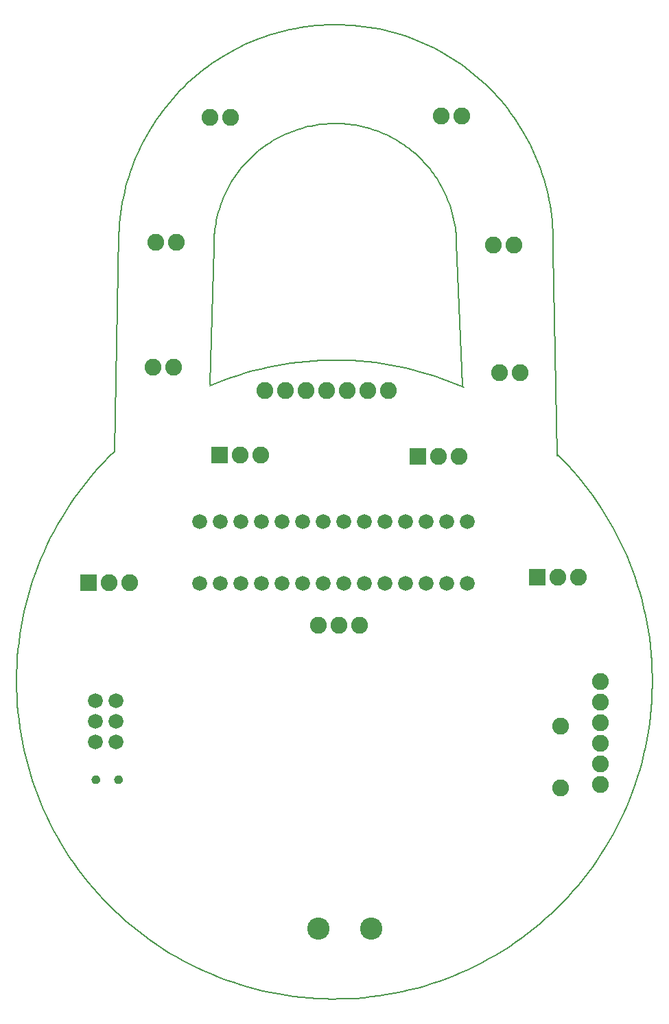
<source format=gts>
G75*
%MOIN*%
%OFA0B0*%
%FSLAX25Y25*%
%IPPOS*%
%LPD*%
%AMOC8*
5,1,8,0,0,1.08239X$1,22.5*
%
%ADD10C,0.00600*%
%ADD11C,0.00500*%
%ADD12C,0.08200*%
%ADD13C,0.07200*%
%ADD14C,0.10800*%
%ADD15R,0.08200X0.08200*%
D10*
X0048968Y0275146D02*
X0046271Y0272502D01*
X0043641Y0269793D01*
X0041077Y0267020D01*
X0038582Y0264186D01*
X0036156Y0261292D01*
X0033803Y0258339D01*
X0031522Y0255329D01*
X0029315Y0252265D01*
X0027184Y0249147D01*
X0025130Y0245979D01*
X0023154Y0242761D01*
X0021257Y0239495D01*
X0019441Y0236185D01*
X0017706Y0232831D01*
X0016054Y0229435D01*
X0014485Y0226000D01*
X0013001Y0222528D01*
X0011602Y0219021D01*
X0010289Y0215480D01*
X0009063Y0211908D01*
X0007925Y0208308D01*
X0006875Y0204681D01*
X0005914Y0201029D01*
X0005043Y0197354D01*
X0004261Y0193660D01*
X0003571Y0189947D01*
X0002971Y0186219D01*
X0002463Y0182477D01*
X0002046Y0178724D01*
X0001721Y0174962D01*
X0001489Y0171193D01*
X0001348Y0167419D01*
X0001300Y0163644D01*
X0001344Y0159868D01*
X0001481Y0156094D01*
X0001709Y0152325D01*
X0002030Y0148562D01*
X0002443Y0144809D01*
X0002947Y0141066D01*
X0003543Y0137337D01*
X0004229Y0133624D01*
X0005007Y0129929D01*
X0005874Y0126254D01*
X0006831Y0122601D01*
X0007877Y0118972D01*
X0009011Y0115370D01*
X0010233Y0111797D01*
X0011542Y0108255D01*
X0012938Y0104747D01*
X0014418Y0101273D01*
X0015984Y0097836D01*
X0017632Y0094439D01*
X0019364Y0091083D01*
X0021176Y0087770D01*
X0023070Y0084503D01*
X0025042Y0081283D01*
X0027093Y0078112D01*
X0029221Y0074993D01*
X0031424Y0071926D01*
X0033701Y0068914D01*
X0036052Y0065958D01*
X0038474Y0063061D01*
X0040966Y0060224D01*
X0043527Y0057449D01*
X0046155Y0054737D01*
X0048848Y0052091D01*
X0051606Y0049511D01*
X0054425Y0046999D01*
X0057306Y0044557D01*
X0060245Y0042186D01*
X0063241Y0039887D01*
X0066292Y0037663D01*
X0069397Y0035513D01*
X0072553Y0033441D01*
X0075760Y0031446D01*
X0079014Y0029530D01*
X0082314Y0027694D01*
X0085657Y0025940D01*
X0089043Y0024267D01*
X0092469Y0022678D01*
X0095932Y0021174D01*
X0099431Y0019754D01*
X0102964Y0018420D01*
X0106529Y0017173D01*
X0110122Y0016014D01*
X0113743Y0014943D01*
X0117390Y0013961D01*
X0121059Y0013068D01*
X0124749Y0012265D01*
X0128457Y0011552D01*
X0132182Y0010931D01*
X0135920Y0010401D01*
X0139671Y0009962D01*
X0143431Y0009615D01*
X0147199Y0009360D01*
X0150972Y0009198D01*
X0154747Y0009127D01*
X0158523Y0009149D01*
X0162298Y0009263D01*
X0166068Y0009470D01*
X0169832Y0009769D01*
X0173588Y0010159D01*
X0177334Y0010642D01*
X0181066Y0011215D01*
X0184783Y0011880D01*
X0188483Y0012636D01*
X0192163Y0013481D01*
X0195822Y0014417D01*
X0199456Y0015441D01*
X0203065Y0016555D01*
X0206645Y0017756D01*
X0210194Y0019044D01*
X0213711Y0020419D01*
X0217194Y0021879D01*
X0220640Y0023424D01*
X0224046Y0025052D01*
X0227412Y0026764D01*
X0230736Y0028557D01*
X0234014Y0030431D01*
X0237246Y0032385D01*
X0240428Y0034417D01*
X0243561Y0036526D01*
X0246640Y0038712D01*
X0249666Y0040971D01*
X0252635Y0043305D01*
X0255546Y0045710D01*
X0258398Y0048185D01*
X0261188Y0050730D01*
X0263915Y0053342D01*
X0266577Y0056019D01*
X0269174Y0058761D01*
X0271702Y0061566D01*
X0274161Y0064432D01*
X0276549Y0067357D01*
X0278865Y0070340D01*
X0281108Y0073378D01*
X0283275Y0076470D01*
X0285366Y0079614D01*
X0287380Y0082809D01*
X0289315Y0086052D01*
X0291170Y0089341D01*
X0292944Y0092674D01*
X0294636Y0096050D01*
X0296245Y0099466D01*
X0297771Y0102921D01*
X0299211Y0106411D01*
X0300565Y0109936D01*
X0301833Y0113493D01*
X0303013Y0117080D01*
X0304106Y0120695D01*
X0305109Y0124335D01*
X0306024Y0127999D01*
X0306848Y0131684D01*
X0307583Y0135388D01*
X0308226Y0139109D01*
X0308778Y0142845D01*
X0309239Y0146593D01*
X0309608Y0150351D01*
X0309885Y0154117D01*
X0310070Y0157889D01*
X0310162Y0161664D01*
X0310163Y0165440D01*
X0310070Y0169215D01*
X0309886Y0172987D01*
X0309610Y0176753D01*
X0309241Y0180511D01*
X0308781Y0184259D01*
X0308229Y0187995D01*
X0307586Y0191716D01*
X0306852Y0195420D01*
X0306028Y0199105D01*
X0305114Y0202769D01*
X0304111Y0206409D01*
X0303019Y0210024D01*
X0301839Y0213611D01*
X0300572Y0217168D01*
X0299218Y0220693D01*
X0297778Y0224184D01*
X0296253Y0227639D01*
X0294644Y0231056D01*
X0292953Y0234432D01*
X0291179Y0237765D01*
X0289324Y0241055D01*
X0287390Y0244297D01*
X0285376Y0247492D01*
X0283285Y0250637D01*
X0281118Y0253729D01*
X0278876Y0256768D01*
X0276561Y0259751D01*
X0274173Y0262676D01*
X0271714Y0265542D01*
X0269186Y0268347D01*
X0266590Y0271089D01*
X0263928Y0273768D01*
X0263928Y0273079D02*
X0261862Y0372291D01*
X0215011Y0376425D02*
X0217767Y0306839D01*
X0215012Y0376425D02*
X0214969Y0377860D01*
X0214892Y0379292D01*
X0214779Y0380723D01*
X0214632Y0382150D01*
X0214450Y0383573D01*
X0214234Y0384992D01*
X0213983Y0386404D01*
X0213697Y0387810D01*
X0213378Y0389209D01*
X0213024Y0390600D01*
X0212637Y0391981D01*
X0212217Y0393353D01*
X0211763Y0394714D01*
X0211276Y0396064D01*
X0210756Y0397401D01*
X0210204Y0398725D01*
X0209619Y0400036D01*
X0209003Y0401332D01*
X0208356Y0402612D01*
X0207678Y0403876D01*
X0206969Y0405124D01*
X0206230Y0406354D01*
X0205461Y0407565D01*
X0204663Y0408757D01*
X0203836Y0409930D01*
X0202981Y0411082D01*
X0202098Y0412213D01*
X0201188Y0413322D01*
X0200251Y0414409D01*
X0199287Y0415472D01*
X0198299Y0416512D01*
X0197285Y0417527D01*
X0196246Y0418517D01*
X0195184Y0419482D01*
X0194099Y0420421D01*
X0192991Y0421333D01*
X0191862Y0422217D01*
X0190711Y0423074D01*
X0189540Y0423903D01*
X0188348Y0424702D01*
X0187138Y0425473D01*
X0185909Y0426214D01*
X0184663Y0426925D01*
X0183400Y0427605D01*
X0182120Y0428254D01*
X0180825Y0428872D01*
X0179516Y0429458D01*
X0178192Y0430012D01*
X0176855Y0430534D01*
X0175507Y0431023D01*
X0174146Y0431479D01*
X0172775Y0431901D01*
X0171394Y0432290D01*
X0170004Y0432646D01*
X0168606Y0432967D01*
X0167200Y0433255D01*
X0165788Y0433508D01*
X0164370Y0433726D01*
X0162947Y0433910D01*
X0161520Y0434060D01*
X0160089Y0434174D01*
X0158657Y0434254D01*
X0157223Y0434298D01*
X0155788Y0434308D01*
X0154353Y0434283D01*
X0152920Y0434223D01*
X0151488Y0434128D01*
X0150059Y0433998D01*
X0148634Y0433834D01*
X0147213Y0433634D01*
X0145797Y0433401D01*
X0144388Y0433132D01*
X0142985Y0432830D01*
X0141591Y0432493D01*
X0140204Y0432123D01*
X0138828Y0431719D01*
X0137461Y0431282D01*
X0136106Y0430811D01*
X0134762Y0430308D01*
X0133431Y0429772D01*
X0132114Y0429203D01*
X0130810Y0428603D01*
X0129522Y0427972D01*
X0128250Y0427309D01*
X0126994Y0426615D01*
X0125755Y0425891D01*
X0124534Y0425137D01*
X0123332Y0424354D01*
X0122150Y0423541D01*
X0120987Y0422700D01*
X0119846Y0421831D01*
X0118726Y0420934D01*
X0117628Y0420010D01*
X0116553Y0419060D01*
X0115501Y0418084D01*
X0114474Y0417083D01*
X0113471Y0416057D01*
X0112493Y0415006D01*
X0111541Y0413933D01*
X0110616Y0412836D01*
X0109718Y0411717D01*
X0108847Y0410577D01*
X0108004Y0409416D01*
X0107190Y0408234D01*
X0106405Y0407034D01*
X0105649Y0405814D01*
X0104923Y0404576D01*
X0104228Y0403321D01*
X0103563Y0402050D01*
X0102929Y0400762D01*
X0102327Y0399460D01*
X0101757Y0398143D01*
X0101219Y0396813D01*
X0100714Y0395470D01*
X0100241Y0394116D01*
X0099802Y0392750D01*
X0099396Y0391374D01*
X0099024Y0389988D01*
X0098685Y0388594D01*
X0098381Y0387192D01*
X0098110Y0385782D01*
X0097875Y0384367D01*
X0097673Y0382947D01*
X0097507Y0381522D01*
X0097375Y0380093D01*
X0097278Y0378661D01*
X0097216Y0377228D01*
X0097188Y0375793D01*
X0097196Y0374359D01*
X0097196Y0374358D02*
X0095129Y0307528D01*
X0048968Y0275146D02*
X0051035Y0380559D01*
X0051034Y0380559D02*
X0051158Y0383137D01*
X0051345Y0385710D01*
X0051595Y0388279D01*
X0051907Y0390840D01*
X0052282Y0393393D01*
X0052719Y0395936D01*
X0053218Y0398468D01*
X0053779Y0400987D01*
X0054402Y0403491D01*
X0055085Y0405979D01*
X0055830Y0408450D01*
X0056634Y0410902D01*
X0057498Y0413333D01*
X0058422Y0415743D01*
X0059404Y0418129D01*
X0060444Y0420491D01*
X0061541Y0422826D01*
X0062695Y0425134D01*
X0063906Y0427413D01*
X0065171Y0429662D01*
X0066492Y0431879D01*
X0067866Y0434063D01*
X0069293Y0436213D01*
X0070772Y0438328D01*
X0072303Y0440405D01*
X0073884Y0442445D01*
X0075514Y0444445D01*
X0077193Y0446405D01*
X0078919Y0448323D01*
X0080692Y0450198D01*
X0082510Y0452029D01*
X0084372Y0453816D01*
X0086277Y0455556D01*
X0088224Y0457249D01*
X0090212Y0458894D01*
X0092240Y0460490D01*
X0094306Y0462036D01*
X0096410Y0463531D01*
X0098549Y0464974D01*
X0100723Y0466364D01*
X0102930Y0467701D01*
X0105169Y0468983D01*
X0107439Y0470211D01*
X0109739Y0471382D01*
X0112066Y0472497D01*
X0114420Y0473554D01*
X0116799Y0474554D01*
X0119202Y0475495D01*
X0121627Y0476377D01*
X0124072Y0477199D01*
X0126538Y0477962D01*
X0129021Y0478664D01*
X0131520Y0479305D01*
X0134035Y0479884D01*
X0136563Y0480402D01*
X0139103Y0480859D01*
X0141653Y0481252D01*
X0144212Y0481584D01*
X0146779Y0481852D01*
X0149351Y0482058D01*
X0151927Y0482201D01*
X0154507Y0482281D01*
X0157087Y0482297D01*
X0159667Y0482251D01*
X0162245Y0482141D01*
X0164820Y0481969D01*
X0167390Y0481733D01*
X0169953Y0481435D01*
X0172508Y0481074D01*
X0175053Y0480651D01*
X0177588Y0480166D01*
X0180110Y0479619D01*
X0182617Y0479010D01*
X0185109Y0478340D01*
X0187584Y0477610D01*
X0190040Y0476819D01*
X0192477Y0475968D01*
X0194891Y0475058D01*
X0197283Y0474089D01*
X0199650Y0473062D01*
X0201992Y0471978D01*
X0204306Y0470836D01*
X0206592Y0469638D01*
X0208847Y0468385D01*
X0211072Y0467077D01*
X0213263Y0465715D01*
X0215421Y0464300D01*
X0217544Y0462832D01*
X0219630Y0461313D01*
X0221678Y0459743D01*
X0223687Y0458124D01*
X0225656Y0456456D01*
X0227584Y0454740D01*
X0229469Y0452978D01*
X0231310Y0451170D01*
X0233107Y0449318D01*
X0234857Y0447423D01*
X0236561Y0445485D01*
X0238217Y0443506D01*
X0239825Y0441487D01*
X0241382Y0439429D01*
X0242888Y0437334D01*
X0244343Y0435203D01*
X0245745Y0433037D01*
X0247094Y0430837D01*
X0248389Y0428605D01*
X0249629Y0426341D01*
X0250813Y0424049D01*
X0251940Y0421727D01*
X0253011Y0419380D01*
X0254023Y0417006D01*
X0254978Y0414609D01*
X0255873Y0412188D01*
X0256709Y0409747D01*
X0257485Y0407286D01*
X0258201Y0404807D01*
X0258856Y0402311D01*
X0259449Y0399800D01*
X0259981Y0397275D01*
X0260451Y0394737D01*
X0260859Y0392189D01*
X0261204Y0389632D01*
X0261487Y0387067D01*
X0261707Y0384496D01*
X0261864Y0381920D01*
X0261958Y0379342D01*
X0261989Y0376761D01*
X0261957Y0374181D01*
X0261861Y0371602D01*
X0218456Y0306150D02*
X0215028Y0307628D01*
X0211566Y0309022D01*
X0208070Y0310332D01*
X0204544Y0311556D01*
X0200989Y0312694D01*
X0197407Y0313745D01*
X0193801Y0314709D01*
X0190172Y0315584D01*
X0186523Y0316371D01*
X0182856Y0317069D01*
X0179173Y0317678D01*
X0175477Y0318196D01*
X0171769Y0318625D01*
X0168051Y0318964D01*
X0164327Y0319211D01*
X0160597Y0319368D01*
X0156865Y0319435D01*
X0153132Y0319410D01*
X0149401Y0319295D01*
X0145674Y0319089D01*
X0141953Y0318792D01*
X0138240Y0318405D01*
X0134538Y0317927D01*
X0130849Y0317360D01*
X0127174Y0316703D01*
X0123517Y0315956D01*
X0119879Y0315121D01*
X0116262Y0314198D01*
X0112669Y0313187D01*
X0109101Y0312089D01*
X0105561Y0310904D01*
X0102051Y0309634D01*
X0098573Y0308279D01*
X0095129Y0306839D01*
D11*
X0039032Y0114066D02*
X0039404Y0113929D01*
X0039797Y0113878D01*
X0040195Y0113933D01*
X0040571Y0114075D01*
X0040906Y0114298D01*
X0041183Y0114589D01*
X0041388Y0114934D01*
X0041512Y0115317D01*
X0041547Y0115718D01*
X0041495Y0116097D01*
X0041360Y0116456D01*
X0041149Y0116775D01*
X0040872Y0117040D01*
X0040543Y0117236D01*
X0040178Y0117354D01*
X0039797Y0117388D01*
X0039412Y0117348D01*
X0039047Y0117223D01*
X0038718Y0117021D01*
X0038442Y0116750D01*
X0038234Y0116425D01*
X0038103Y0116061D01*
X0038057Y0115678D01*
X0038095Y0115283D01*
X0038219Y0114907D01*
X0038424Y0114568D01*
X0038700Y0114283D01*
X0039032Y0114066D01*
X0038944Y0114123D02*
X0040643Y0114123D01*
X0041203Y0114622D02*
X0038391Y0114622D01*
X0038148Y0115120D02*
X0041448Y0115120D01*
X0041538Y0115619D02*
X0038062Y0115619D01*
X0038124Y0116117D02*
X0041487Y0116117D01*
X0041254Y0116616D02*
X0038356Y0116616D01*
X0038870Y0117114D02*
X0040746Y0117114D01*
X0049123Y0116061D02*
X0049254Y0116425D01*
X0049462Y0116750D01*
X0049738Y0117021D01*
X0050067Y0117223D01*
X0050432Y0117348D01*
X0050817Y0117388D01*
X0051198Y0117354D01*
X0051563Y0117236D01*
X0051892Y0117040D01*
X0052169Y0116775D01*
X0052380Y0116456D01*
X0052515Y0116097D01*
X0052567Y0115718D01*
X0052532Y0115317D01*
X0052408Y0114934D01*
X0052203Y0114589D01*
X0051926Y0114298D01*
X0051591Y0114075D01*
X0051215Y0113933D01*
X0050817Y0113878D01*
X0050424Y0113929D01*
X0050052Y0114066D01*
X0049720Y0114283D01*
X0049444Y0114568D01*
X0049239Y0114907D01*
X0049115Y0115283D01*
X0049077Y0115678D01*
X0049123Y0116061D01*
X0049144Y0116117D02*
X0052507Y0116117D01*
X0052558Y0115619D02*
X0049082Y0115619D01*
X0049168Y0115120D02*
X0052468Y0115120D01*
X0052223Y0114622D02*
X0049412Y0114622D01*
X0049964Y0114123D02*
X0051664Y0114123D01*
X0052274Y0116616D02*
X0049377Y0116616D01*
X0049890Y0117114D02*
X0051766Y0117114D01*
D12*
X0056369Y0211209D03*
X0046369Y0211209D03*
X0109795Y0273217D03*
X0119795Y0273217D03*
X0121960Y0304594D03*
X0131960Y0304594D03*
X0141960Y0304594D03*
X0151960Y0304594D03*
X0161960Y0304594D03*
X0171960Y0304594D03*
X0181960Y0304594D03*
X0206291Y0272528D03*
X0216291Y0272528D03*
X0236054Y0313177D03*
X0246054Y0313177D03*
X0242806Y0375185D03*
X0232806Y0375185D03*
X0217511Y0437882D03*
X0207511Y0437882D03*
X0105405Y0437193D03*
X0095405Y0437193D03*
X0078928Y0376701D03*
X0068928Y0376701D03*
X0067747Y0316071D03*
X0077747Y0316071D03*
X0148003Y0190539D03*
X0158003Y0190539D03*
X0168003Y0190539D03*
X0264204Y0213965D03*
X0274204Y0213965D03*
X0284972Y0163335D03*
X0284972Y0153335D03*
X0284972Y0143335D03*
X0284972Y0133335D03*
X0284972Y0123335D03*
X0284972Y0113335D03*
X0265641Y0111661D03*
X0265641Y0141661D03*
D13*
X0220287Y0210953D03*
X0210287Y0210953D03*
X0200287Y0210953D03*
X0190287Y0210953D03*
X0180287Y0210953D03*
X0170287Y0210953D03*
X0160287Y0210953D03*
X0150287Y0210953D03*
X0140287Y0210953D03*
X0130287Y0210953D03*
X0120287Y0210953D03*
X0110287Y0210953D03*
X0100287Y0210953D03*
X0090287Y0210953D03*
X0090287Y0240953D03*
X0100287Y0240953D03*
X0110287Y0240953D03*
X0120287Y0240953D03*
X0130287Y0240953D03*
X0140287Y0240953D03*
X0150287Y0240953D03*
X0160287Y0240953D03*
X0170287Y0240953D03*
X0180287Y0240953D03*
X0190287Y0240953D03*
X0200287Y0240953D03*
X0210287Y0240953D03*
X0220287Y0240953D03*
X0049598Y0153827D03*
X0049598Y0143827D03*
X0049598Y0133827D03*
X0039598Y0133827D03*
X0039598Y0143827D03*
X0039598Y0153827D03*
D14*
X0148062Y0043295D03*
X0173653Y0043295D03*
D15*
X0254204Y0213965D03*
X0196291Y0272528D03*
X0099795Y0273217D03*
X0036369Y0211209D03*
M02*

</source>
